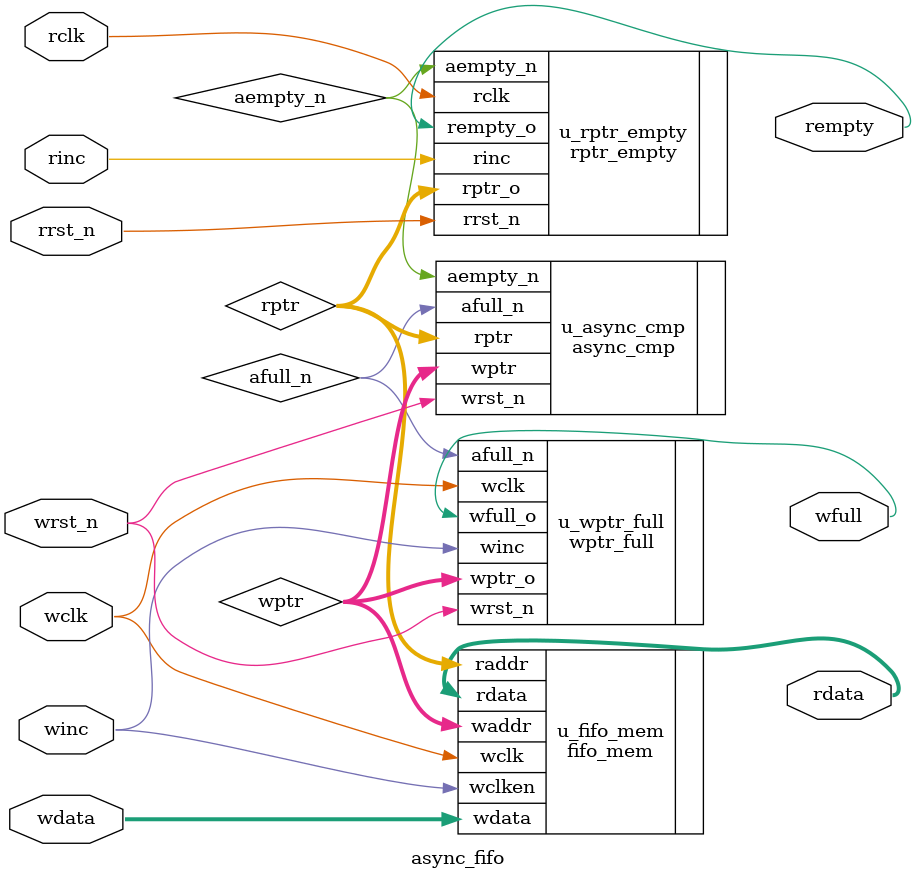
<source format=sv>
module async_fifo #(
    parameter int unsigned DataWidth = 32,
    parameter int unsigned AddrWidth = 4
) (
    // wclk interface
    input                 wclk,
    input                 wrst_n,
    input                 winc,
    input [DataWidth-1:0] wdata,
    output                wfull,

    // rclk interface
    input                  rclk,
    input                  rrst_n,
    input                  rinc,
    output                 rempty,
    output [DataWidth-1:0] rdata
);
    logic [AddrWidth-1:0] wptr, rptr;
    logic [AddrWidth-1:0] waddr, raddr;

    async_cmp #(
        .AddrWidth(AddrWidth)
    ) u_async_cmp(
        .wrst_n(wrst_n),
        .wptr(wptr),
        .rptr(rptr),
        .aempty_n(aempty_n),
        .afull_n(afull_n)
    );

    fifo_mem #(
        .DataWidth(DataWidth),
        .AddrWidth(AddrWidth)
    ) u_fifo_mem (
        .wclk(wclk),
        .wclken(winc),
        .waddr(wptr),
        .raddr(rptr),
        .wdata(wdata),
        .rdata(rdata)
    );

    rptr_empty #(
        .AddrWidth(AddrWidth)
    ) u_rptr_empty (
        .rclk(rclk),
        .rrst_n(rrst_n),
        .rinc(rinc),
        .aempty_n(aempty_n),
        .rempty_o(rempty),
        .rptr_o(rptr)
     );

    wptr_full #(
        .AddrWidth(AddrWidth)
    ) u_wptr_full (
        .wclk(wclk),
        .wrst_n(wrst_n),
        .winc(winc),
        .afull_n(afull_n),
        .wfull_o(wfull),
        .wptr_o(wptr)
    );
endmodule

</source>
